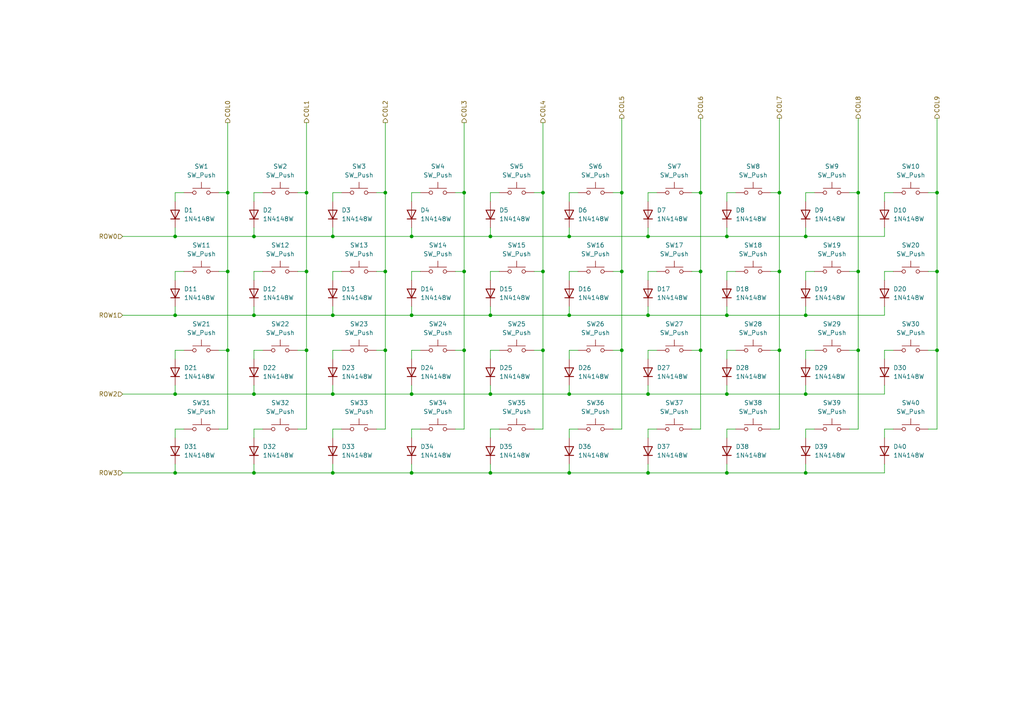
<source format=kicad_sch>
(kicad_sch (version 20230121) (generator eeschema)
  (paper "A4")
  (lib_symbols
    (symbol "Diode:1N4148W" (pin_numbers hide) (pin_names hide)
      (property "Reference" "D" (at 0 2.54 0))
      (property "Value" "1N4148W" (at 0 -2.54 0))
      (symbol "1N4148W_0_1"
        (polyline (pts (xy -1.27 1.27) (xy -1.27 -1.27)) (stroke (width 0.254)))
        (polyline (pts (xy 1.27 0) (xy -1.27 0)))
        (polyline (pts (xy 1.27 1.27) (xy 1.27 -1.27) (xy -1.27 0) (xy 1.27 1.27)) (stroke (width 0.254)))
      )
      (symbol "1N4148W_1_1"
        (pin passive line (at -3.81 0 0) (length 2.54) (name "K") (number "1"))
        (pin passive line (at 3.81 0 180) (length 2.54) (name "A") (number "2"))
      )
    )
    (symbol "Switch:SW_Push" (pin_numbers hide) (pin_names (offset 1.016) hide)
      (property "Reference" "SW" (at 1.27 2.54 0))
      (property "Value" "SW_Push" (at 0 -1.524 0))
      (symbol "SW_Push_0_1"
        (circle (center -2.032 0) (radius 0.508))
        (polyline (pts (xy 0 1.27) (xy 0 3.048)))
        (polyline (pts (xy 2.54 1.27) (xy -2.54 1.27)))
        (circle (center 2.032 0) (radius 0.508))
        (pin passive line (at -5.08 0 0) (length 2.54) (name "1") (number "1"))
        (pin passive line (at 5.08 0 180) (length 2.54) (name "2") (number "2"))
      )
    )
  )
  (junction (at 233.68 91.44))
  (junction (at 210.82 91.44))
  (junction (at 187.96 137.16))
  (junction (at 203.2 101.6))
  (junction (at 96.52 137.16))
  (junction (at 180.34 101.6))
  (junction (at 210.82 68.58))
  (junction (at 73.66 91.44))
  (junction (at 187.96 68.58))
  (junction (at 187.96 91.44))
  (junction (at 210.82 114.3))
  (junction (at 66.04 55.88))
  (junction (at 88.9 55.88))
  (junction (at 226.06 101.6))
  (junction (at 134.62 101.6))
  (junction (at 165.1 137.16))
  (junction (at 73.66 68.58))
  (junction (at 96.52 91.44))
  (junction (at 119.38 137.16))
  (junction (at 226.06 78.74))
  (junction (at 210.82 137.16))
  (junction (at 248.92 55.88))
  (junction (at 157.48 101.6))
  (junction (at 88.9 101.6))
  (junction (at 180.34 78.74))
  (junction (at 233.68 68.58))
  (junction (at 50.8 137.16))
  (junction (at 111.76 55.88))
  (junction (at 96.52 114.3))
  (junction (at 187.96 114.3))
  (junction (at 73.66 114.3))
  (junction (at 233.68 114.3))
  (junction (at 165.1 68.58))
  (junction (at 233.68 137.16))
  (junction (at 180.34 55.88))
  (junction (at 88.9 78.74))
  (junction (at 142.24 114.3))
  (junction (at 134.62 78.74))
  (junction (at 165.1 91.44))
  (junction (at 157.48 78.74))
  (junction (at 66.04 101.6))
  (junction (at 66.04 78.74))
  (junction (at 119.38 114.3))
  (junction (at 142.24 91.44))
  (junction (at 134.62 55.88))
  (junction (at 203.2 55.88))
  (junction (at 142.24 137.16))
  (junction (at 50.8 114.3))
  (junction (at 111.76 78.74))
  (junction (at 50.8 91.44))
  (junction (at 271.78 101.6))
  (junction (at 50.8 68.58))
  (junction (at 157.48 55.88))
  (junction (at 271.78 78.74))
  (junction (at 271.78 55.88))
  (junction (at 119.38 91.44))
  (junction (at 248.92 78.74))
  (junction (at 119.38 68.58))
  (junction (at 203.2 78.74))
  (junction (at 96.52 68.58))
  (junction (at 111.76 101.6))
  (junction (at 142.24 68.58))
  (junction (at 248.92 101.6))
  (junction (at 73.66 137.16))
  (junction (at 165.1 114.3))
  (junction (at 226.06 55.88))
  (wire (pts (xy 50.8 137.16) (xy 73.66 137.16)))
  (wire (pts (xy 142.24 55.88) (xy 142.24 58.42)))
  (wire (pts (xy 236.22 78.74) (xy 233.68 78.74)))
  (wire (pts (xy 111.76 101.6) (xy 111.76 78.74)))
  (wire (pts (xy 63.5 55.88) (xy 66.04 55.88)))
  (wire (pts (xy 111.76 35.56) (xy 111.76 55.88)))
  (wire (pts (xy 200.66 55.88) (xy 203.2 55.88)))
  (wire (pts (xy 76.2 101.6) (xy 73.66 101.6)))
  (wire (pts (xy 259.08 78.74) (xy 256.54 78.74)))
  (wire (pts (xy 50.8 55.88) (xy 50.8 58.42)))
  (wire (pts (xy 144.78 78.74) (xy 142.24 78.74)))
  (wire (pts (xy 73.66 101.6) (xy 73.66 104.14)))
  (wire (pts (xy 167.64 101.6) (xy 165.1 101.6)))
  (wire (pts (xy 96.52 78.74) (xy 96.52 81.28)))
  (wire (pts (xy 157.48 78.74) (xy 157.48 55.88)))
  (wire (pts (xy 73.66 78.74) (xy 73.66 81.28)))
  (wire (pts (xy 210.82 55.88) (xy 210.82 58.42)))
  (wire (pts (xy 66.04 78.74) (xy 66.04 101.6)))
  (wire (pts (xy 165.1 137.16) (xy 187.96 137.16)))
  (wire (pts (xy 121.92 78.74) (xy 119.38 78.74)))
  (wire (pts (xy 142.24 91.44) (xy 142.24 88.9)))
  (wire (pts (xy 119.38 91.44) (xy 142.24 91.44)))
  (wire (pts (xy 50.8 111.76) (xy 50.8 114.3)))
  (wire (pts (xy 76.2 78.74) (xy 73.66 78.74)))
  (wire (pts (xy 210.82 137.16) (xy 233.68 137.16)))
  (wire (pts (xy 132.08 78.74) (xy 134.62 78.74)))
  (wire (pts (xy 142.24 78.74) (xy 142.24 81.28)))
  (wire (pts (xy 177.8 101.6) (xy 180.34 101.6)))
  (wire (pts (xy 223.52 101.6) (xy 226.06 101.6)))
  (wire (pts (xy 223.52 124.46) (xy 226.06 124.46)))
  (wire (pts (xy 121.92 124.46) (xy 119.38 124.46)))
  (wire (pts (xy 167.64 55.88) (xy 165.1 55.88)))
  (wire (pts (xy 53.34 55.88) (xy 50.8 55.88)))
  (wire (pts (xy 213.36 55.88) (xy 210.82 55.88)))
  (wire (pts (xy 142.24 91.44) (xy 165.1 91.44)))
  (wire (pts (xy 269.24 124.46) (xy 271.78 124.46)))
  (wire (pts (xy 50.8 134.62) (xy 50.8 137.16)))
  (wire (pts (xy 73.66 68.58) (xy 96.52 68.58)))
  (wire (pts (xy 180.34 55.88) (xy 180.34 78.74)))
  (wire (pts (xy 109.22 101.6) (xy 111.76 101.6)))
  (wire (pts (xy 96.52 124.46) (xy 96.52 127)))
  (wire (pts (xy 144.78 55.88) (xy 142.24 55.88)))
  (wire (pts (xy 96.52 114.3) (xy 119.38 114.3)))
  (wire (pts (xy 73.66 91.44) (xy 73.66 88.9)))
  (wire (pts (xy 165.1 124.46) (xy 165.1 127)))
  (wire (pts (xy 187.96 137.16) (xy 187.96 134.62)))
  (wire (pts (xy 50.8 88.9) (xy 50.8 91.44)))
  (wire (pts (xy 119.38 101.6) (xy 119.38 104.14)))
  (wire (pts (xy 187.96 137.16) (xy 210.82 137.16)))
  (wire (pts (xy 119.38 78.74) (xy 119.38 81.28)))
  (wire (pts (xy 134.62 124.46) (xy 134.62 101.6)))
  (wire (pts (xy 134.62 78.74) (xy 134.62 55.88)))
  (wire (pts (xy 233.68 124.46) (xy 233.68 127)))
  (wire (pts (xy 236.22 101.6) (xy 233.68 101.6)))
  (wire (pts (xy 259.08 101.6) (xy 256.54 101.6)))
  (wire (pts (xy 210.82 91.44) (xy 233.68 91.44)))
  (wire (pts (xy 96.52 137.16) (xy 96.52 134.62)))
  (wire (pts (xy 210.82 91.44) (xy 210.82 88.9)))
  (wire (pts (xy 76.2 124.46) (xy 73.66 124.46)))
  (wire (pts (xy 50.8 91.44) (xy 73.66 91.44)))
  (wire (pts (xy 246.38 101.6) (xy 248.92 101.6)))
  (wire (pts (xy 203.2 124.46) (xy 203.2 101.6)))
  (wire (pts (xy 256.54 124.46) (xy 256.54 127)))
  (wire (pts (xy 246.38 124.46) (xy 248.92 124.46)))
  (wire (pts (xy 180.34 124.46) (xy 180.34 101.6)))
  (wire (pts (xy 63.5 78.74) (xy 66.04 78.74)))
  (wire (pts (xy 73.66 114.3) (xy 73.66 111.76)))
  (wire (pts (xy 226.06 124.46) (xy 226.06 101.6)))
  (wire (pts (xy 233.68 91.44) (xy 233.68 88.9)))
  (wire (pts (xy 66.04 35.56) (xy 66.04 55.88)))
  (wire (pts (xy 73.66 137.16) (xy 73.66 134.62)))
  (wire (pts (xy 187.96 91.44) (xy 210.82 91.44)))
  (wire (pts (xy 256.54 101.6) (xy 256.54 104.14)))
  (wire (pts (xy 88.9 101.6) (xy 88.9 78.74)))
  (wire (pts (xy 132.08 124.46) (xy 134.62 124.46)))
  (wire (pts (xy 154.94 124.46) (xy 157.48 124.46)))
  (wire (pts (xy 111.76 124.46) (xy 111.76 101.6)))
  (wire (pts (xy 233.68 55.88) (xy 233.68 58.42)))
  (wire (pts (xy 119.38 114.3) (xy 142.24 114.3)))
  (wire (pts (xy 111.76 55.88) (xy 109.22 55.88)))
  (wire (pts (xy 154.94 78.74) (xy 157.48 78.74)))
  (wire (pts (xy 73.66 124.46) (xy 73.66 127)))
  (wire (pts (xy 165.1 91.44) (xy 187.96 91.44)))
  (wire (pts (xy 226.06 101.6) (xy 226.06 78.74)))
  (wire (pts (xy 35.56 91.44) (xy 50.8 91.44)))
  (wire (pts (xy 210.82 124.46) (xy 210.82 127)))
  (wire (pts (xy 233.68 137.16) (xy 256.54 137.16)))
  (wire (pts (xy 132.08 55.88) (xy 134.62 55.88)))
  (wire (pts (xy 35.56 114.3) (xy 50.8 114.3)))
  (wire (pts (xy 187.96 101.6) (xy 187.96 104.14)))
  (wire (pts (xy 213.36 78.74) (xy 210.82 78.74)))
  (wire (pts (xy 210.82 78.74) (xy 210.82 81.28)))
  (wire (pts (xy 73.66 114.3) (xy 96.52 114.3)))
  (wire (pts (xy 256.54 68.58) (xy 256.54 66.04)))
  (wire (pts (xy 165.1 101.6) (xy 165.1 104.14)))
  (wire (pts (xy 187.96 78.74) (xy 187.96 81.28)))
  (wire (pts (xy 119.38 91.44) (xy 119.38 88.9)))
  (wire (pts (xy 165.1 68.58) (xy 187.96 68.58)))
  (wire (pts (xy 53.34 78.74) (xy 50.8 78.74)))
  (wire (pts (xy 248.92 101.6) (xy 248.92 78.74)))
  (wire (pts (xy 177.8 78.74) (xy 180.34 78.74)))
  (wire (pts (xy 269.24 78.74) (xy 271.78 78.74)))
  (wire (pts (xy 248.92 78.74) (xy 248.92 55.88)))
  (wire (pts (xy 165.1 137.16) (xy 165.1 134.62)))
  (wire (pts (xy 142.24 101.6) (xy 142.24 104.14)))
  (wire (pts (xy 96.52 91.44) (xy 96.52 88.9)))
  (wire (pts (xy 246.38 78.74) (xy 248.92 78.74)))
  (wire (pts (xy 246.38 55.88) (xy 248.92 55.88)))
  (wire (pts (xy 165.1 114.3) (xy 187.96 114.3)))
  (wire (pts (xy 248.92 34.29) (xy 248.92 55.88)))
  (wire (pts (xy 180.34 101.6) (xy 180.34 78.74)))
  (wire (pts (xy 66.04 55.88) (xy 66.04 78.74)))
  (wire (pts (xy 223.52 78.74) (xy 226.06 78.74)))
  (wire (pts (xy 50.8 124.46) (xy 50.8 127)))
  (wire (pts (xy 190.5 124.46) (xy 187.96 124.46)))
  (wire (pts (xy 119.38 114.3) (xy 119.38 111.76)))
  (wire (pts (xy 210.82 137.16) (xy 210.82 134.62)))
  (wire (pts (xy 134.62 35.56) (xy 134.62 55.88)))
  (wire (pts (xy 269.24 55.88) (xy 271.78 55.88)))
  (wire (pts (xy 233.68 114.3) (xy 233.68 111.76)))
  (wire (pts (xy 233.68 101.6) (xy 233.68 104.14)))
  (wire (pts (xy 73.66 91.44) (xy 96.52 91.44)))
  (wire (pts (xy 50.8 114.3) (xy 73.66 114.3)))
  (wire (pts (xy 144.78 124.46) (xy 142.24 124.46)))
  (wire (pts (xy 109.22 124.46) (xy 111.76 124.46)))
  (wire (pts (xy 35.56 137.16) (xy 50.8 137.16)))
  (wire (pts (xy 226.06 34.29) (xy 226.06 55.88)))
  (wire (pts (xy 203.2 78.74) (xy 203.2 55.88)))
  (wire (pts (xy 233.68 137.16) (xy 233.68 134.62)))
  (wire (pts (xy 76.2 55.88) (xy 73.66 55.88)))
  (wire (pts (xy 99.06 55.88) (xy 96.52 55.88)))
  (wire (pts (xy 73.66 55.88) (xy 73.66 58.42)))
  (wire (pts (xy 53.34 101.6) (xy 50.8 101.6)))
  (wire (pts (xy 236.22 55.88) (xy 233.68 55.88)))
  (wire (pts (xy 200.66 78.74) (xy 203.2 78.74)))
  (wire (pts (xy 50.8 78.74) (xy 50.8 81.28)))
  (wire (pts (xy 233.68 68.58) (xy 256.54 68.58)))
  (wire (pts (xy 50.8 66.04) (xy 50.8 68.58)))
  (wire (pts (xy 167.64 124.46) (xy 165.1 124.46)))
  (wire (pts (xy 210.82 114.3) (xy 210.82 111.76)))
  (wire (pts (xy 157.48 35.56) (xy 157.48 55.88)))
  (wire (pts (xy 236.22 124.46) (xy 233.68 124.46)))
  (wire (pts (xy 88.9 35.56) (xy 88.9 55.88)))
  (wire (pts (xy 271.78 124.46) (xy 271.78 101.6)))
  (wire (pts (xy 73.66 137.16) (xy 96.52 137.16)))
  (wire (pts (xy 119.38 137.16) (xy 142.24 137.16)))
  (wire (pts (xy 203.2 34.29) (xy 203.2 55.88)))
  (wire (pts (xy 167.64 78.74) (xy 165.1 78.74)))
  (wire (pts (xy 86.36 124.46) (xy 88.9 124.46)))
  (wire (pts (xy 66.04 124.46) (xy 63.5 124.46)))
  (wire (pts (xy 271.78 78.74) (xy 271.78 55.88)))
  (wire (pts (xy 233.68 114.3) (xy 256.54 114.3)))
  (wire (pts (xy 248.92 124.46) (xy 248.92 101.6)))
  (wire (pts (xy 177.8 55.88) (xy 180.34 55.88)))
  (wire (pts (xy 142.24 137.16) (xy 142.24 134.62)))
  (wire (pts (xy 53.34 124.46) (xy 50.8 124.46)))
  (wire (pts (xy 190.5 55.88) (xy 187.96 55.88)))
  (wire (pts (xy 99.06 78.74) (xy 96.52 78.74)))
  (wire (pts (xy 165.1 55.88) (xy 165.1 58.42)))
  (wire (pts (xy 66.04 101.6) (xy 66.04 124.46)))
  (wire (pts (xy 63.5 101.6) (xy 66.04 101.6)))
  (wire (pts (xy 165.1 68.58) (xy 165.1 66.04)))
  (wire (pts (xy 96.52 55.88) (xy 96.52 58.42)))
  (wire (pts (xy 233.68 68.58) (xy 233.68 66.04)))
  (wire (pts (xy 99.06 124.46) (xy 96.52 124.46)))
  (wire (pts (xy 35.56 68.58) (xy 50.8 68.58)))
  (wire (pts (xy 119.38 55.88) (xy 119.38 58.42)))
  (wire (pts (xy 259.08 124.46) (xy 256.54 124.46)))
  (wire (pts (xy 203.2 101.6) (xy 203.2 78.74)))
  (wire (pts (xy 96.52 137.16) (xy 119.38 137.16)))
  (wire (pts (xy 223.52 55.88) (xy 226.06 55.88)))
  (wire (pts (xy 109.22 78.74) (xy 111.76 78.74)))
  (wire (pts (xy 96.52 68.58) (xy 119.38 68.58)))
  (wire (pts (xy 213.36 101.6) (xy 210.82 101.6)))
  (wire (pts (xy 226.06 78.74) (xy 226.06 55.88)))
  (wire (pts (xy 88.9 78.74) (xy 88.9 55.88)))
  (wire (pts (xy 86.36 78.74) (xy 88.9 78.74)))
  (wire (pts (xy 88.9 101.6) (xy 88.9 124.46)))
  (wire (pts (xy 121.92 101.6) (xy 119.38 101.6)))
  (wire (pts (xy 177.8 124.46) (xy 180.34 124.46)))
  (wire (pts (xy 271.78 34.29) (xy 271.78 55.88)))
  (wire (pts (xy 259.08 55.88) (xy 256.54 55.88)))
  (wire (pts (xy 132.08 101.6) (xy 134.62 101.6)))
  (wire (pts (xy 256.54 55.88) (xy 256.54 58.42)))
  (wire (pts (xy 142.24 137.16) (xy 165.1 137.16)))
  (wire (pts (xy 142.24 68.58) (xy 165.1 68.58)))
  (wire (pts (xy 154.94 101.6) (xy 157.48 101.6)))
  (wire (pts (xy 86.36 101.6) (xy 88.9 101.6)))
  (wire (pts (xy 233.68 91.44) (xy 256.54 91.44)))
  (wire (pts (xy 165.1 78.74) (xy 165.1 81.28)))
  (wire (pts (xy 119.38 68.58) (xy 119.38 66.04)))
  (wire (pts (xy 50.8 68.58) (xy 73.66 68.58)))
  (wire (pts (xy 256.54 91.44) (xy 256.54 88.9)))
  (wire (pts (xy 96.52 68.58) (xy 96.52 66.04)))
  (wire (pts (xy 187.96 91.44) (xy 187.96 88.9)))
  (wire (pts (xy 154.94 55.88) (xy 157.48 55.88)))
  (wire (pts (xy 142.24 114.3) (xy 165.1 114.3)))
  (wire (pts (xy 96.52 101.6) (xy 96.52 104.14)))
  (wire (pts (xy 200.66 101.6) (xy 203.2 101.6)))
  (wire (pts (xy 144.78 101.6) (xy 142.24 101.6)))
  (wire (pts (xy 50.8 101.6) (xy 50.8 104.14)))
  (wire (pts (xy 180.34 34.29) (xy 180.34 55.88)))
  (wire (pts (xy 111.76 78.74) (xy 111.76 55.88)))
  (wire (pts (xy 157.48 101.6) (xy 157.48 78.74)))
  (wire (pts (xy 210.82 114.3) (xy 233.68 114.3)))
  (wire (pts (xy 256.54 114.3) (xy 256.54 111.76)))
  (wire (pts (xy 187.96 68.58) (xy 210.82 68.58)))
  (wire (pts (xy 256.54 137.16) (xy 256.54 134.62)))
  (wire (pts (xy 142.24 68.58) (xy 142.24 66.04)))
  (wire (pts (xy 119.38 68.58) (xy 142.24 68.58)))
  (wire (pts (xy 256.54 78.74) (xy 256.54 81.28)))
  (wire (pts (xy 165.1 114.3) (xy 165.1 111.76)))
  (wire (pts (xy 233.68 78.74) (xy 233.68 81.28)))
  (wire (pts (xy 96.52 91.44) (xy 119.38 91.44)))
  (wire (pts (xy 210.82 68.58) (xy 210.82 66.04)))
  (wire (pts (xy 210.82 68.58) (xy 233.68 68.58)))
  (wire (pts (xy 187.96 114.3) (xy 187.96 111.76)))
  (wire (pts (xy 187.96 114.3) (xy 210.82 114.3)))
  (wire (pts (xy 165.1 91.44) (xy 165.1 88.9)))
  (wire (pts (xy 121.92 55.88) (xy 119.38 55.88)))
  (wire (pts (xy 187.96 124.46) (xy 187.96 127)))
  (wire (pts (xy 73.66 68.58) (xy 73.66 66.04)))
  (wire (pts (xy 190.5 78.74) (xy 187.96 78.74)))
  (wire (pts (xy 96.52 114.3) (xy 96.52 111.76)))
  (wire (pts (xy 213.36 124.46) (xy 210.82 124.46)))
  (wire (pts (xy 210.82 101.6) (xy 210.82 104.14)))
  (wire (pts (xy 119.38 124.46) (xy 119.38 127)))
  (wire (pts (xy 157.48 101.6) (xy 157.48 124.46)))
  (wire (pts (xy 271.78 78.74) (xy 271.78 101.6)))
  (wire (pts (xy 187.96 55.88) (xy 187.96 58.42)))
  (wire (pts (xy 119.38 137.16) (xy 119.38 134.62)))
  (wire (pts (xy 86.36 55.88) (xy 88.9 55.88)))
  (wire (pts (xy 142.24 124.46) (xy 142.24 127)))
  (wire (pts (xy 99.06 101.6) (xy 96.52 101.6)))
  (wire (pts (xy 142.24 114.3) (xy 142.24 111.76)))
  (wire (pts (xy 190.5 101.6) (xy 187.96 101.6)))
  (wire (pts (xy 269.24 101.6) (xy 271.78 101.6)))
  (wire (pts (xy 200.66 124.46) (xy 203.2 124.46)))
  (wire (pts (xy 187.96 68.58) (xy 187.96 66.04)))
  (wire (pts (xy 134.62 101.6) (xy 134.62 78.74)))
  (hierarchical_label "COL9" (shape output) (at 271.78 34.29 90))
  (hierarchical_label "ROW3" (shape input) (at 35.56 137.16 180))
  (hierarchical_label "ROW2" (shape input) (at 35.56 114.3 180))
  (hierarchical_label "COL4" (shape output) (at 157.48 35.56 90))
  (hierarchical_label "COL2" (shape output) (at 111.76 35.56 90))
  (hierarchical_label "COL7" (shape output) (at 226.06 34.29 90))
  (hierarchical_label "COL1" (shape output) (at 88.9 35.56 90))
  (hierarchical_label "ROW0" (shape input) (at 35.56 68.58 180))
  (hierarchical_label "COL8" (shape output) (at 248.92 34.29 90))
  (hierarchical_label "COL6" (shape output) (at 203.2 34.29 90))
  (hierarchical_label "COL5" (shape output) (at 180.34 34.29 90))
  (hierarchical_label "COL3" (shape output) (at 134.62 35.56 90))
  (hierarchical_label "COL0" (shape output) (at 66.04 35.56 90))
  (hierarchical_label "ROW1" (shape input) (at 35.56 91.44 180))
  (symbol (lib_id "Switch:SW_Push") (at 58.42 101.6 0) (unit 1)
    (property "Reference" "SW21" (at 58.42 93.98 0))
    (property "Value" "SW_Push" (at 58.42 96.52 0))
    (property "Footprint" "switch:CherryMX_MidHeight_Choc_Hotswap_rev1_mod" (effects hide))
  )
  (symbol (lib_id "Switch:SW_Push") (at 127 55.88 0) (unit 1)
    (property "Reference" "SW4" (at 127 48.26 0))
    (property "Value" "SW_Push" (at 127 50.8 0))
    (property "Footprint" "switch:CherryMX_MidHeight_Choc_Hotswap_rev1_mod" (effects hide))
  )
  (symbol (lib_id "Diode:1N4148W") (at 96.52 107.95 90) (unit 1)
    (property "Reference" "D23" (at 99.06 106.68 90) (effects (justify right)))
    (property "Value" "1N4148W" (at 99.06 109.22 90) (effects (justify right)))
    (property "Footprint" "Diode_SMD:D_SOD-123" (effects hide))
    (property "Datasheet" "https://www.vishay.com/docs/85748/1n4148w.pdf" (effects hide))
    (property "Sim.Device" "D" (effects hide))
    (property "Sim.Pins" "1=K 2=A" (effects hide))
  )
  (symbol (lib_id "Switch:SW_Push") (at 218.44 124.46 0) (unit 1)
    (property "Reference" "SW38" (at 218.44 116.84 0))
    (property "Value" "SW_Push" (at 218.44 119.38 0))
    (property "Footprint" "switch:CherryMX_MidHeight_Choc_Hotswap_rev1_mod" (effects hide))
  )
  (symbol (lib_id "Switch:SW_Push") (at 81.28 124.46 0) (unit 1)
    (property "Reference" "SW32" (at 81.28 116.84 0))
    (property "Value" "SW_Push" (at 81.28 119.38 0))
    (property "Footprint" "switch:CherryMX_MidHeight_Choc_Hotswap_rev1_mod" (effects hide))
  )
  (symbol (lib_id "Switch:SW_Push") (at 218.44 101.6 0) (unit 1)
    (property "Reference" "SW28" (at 218.44 93.98 0))
    (property "Value" "SW_Push" (at 218.44 96.52 0))
    (property "Footprint" "switch:CherryMX_MidHeight_Choc_Hotswap_rev1_mod" (effects hide))
  )
  (symbol (lib_id "Switch:SW_Push") (at 195.58 101.6 0) (unit 1)
    (property "Reference" "SW27" (at 195.58 93.98 0))
    (property "Value" "SW_Push" (at 195.58 96.52 0))
    (property "Footprint" "switch:CherryMX_MidHeight_Choc_Hotswap_rev1_mod" (effects hide))
  )
  (symbol (lib_id "Switch:SW_Push") (at 218.44 78.74 0) (unit 1)
    (property "Reference" "SW18" (at 218.44 71.12 0))
    (property "Value" "SW_Push" (at 218.44 73.66 0))
    (property "Footprint" "switch:CherryMX_MidHeight_Choc_Hotswap_rev1_mod" (effects hide))
  )
  (symbol (lib_id "Diode:1N4148W") (at 73.66 85.09 90) (unit 1)
    (property "Reference" "D12" (at 76.2 83.82 90) (effects (justify right)))
    (property "Value" "1N4148W" (at 76.2 86.36 90) (effects (justify right)))
    (property "Footprint" "Diode_SMD:D_SOD-123" (effects hide))
    (property "Datasheet" "https://www.vishay.com/docs/85748/1n4148w.pdf" (effects hide))
    (property "Sim.Device" "D" (effects hide))
    (property "Sim.Pins" "1=K 2=A" (effects hide))
  )
  (symbol (lib_id "Switch:SW_Push") (at 104.14 55.88 0) (unit 1)
    (property "Reference" "SW3" (at 104.14 48.26 0))
    (property "Value" "SW_Push" (at 104.14 50.8 0))
    (property "Footprint" "switch:CherryMX_MidHeight_Choc_Hotswap_rev1_mod" (effects hide))
  )
  (symbol (lib_id "Diode:1N4148W") (at 233.68 62.23 90) (unit 1)
    (property "Reference" "D9" (at 236.22 60.96 90) (effects (justify right)))
    (property "Value" "1N4148W" (at 236.22 63.5 90) (effects (justify right)))
    (property "Footprint" "Diode_SMD:D_SOD-123" (effects hide))
    (property "Datasheet" "https://www.vishay.com/docs/85748/1n4148w.pdf" (effects hide))
    (property "Sim.Device" "D" (effects hide))
    (property "Sim.Pins" "1=K 2=A" (effects hide))
  )
  (symbol (lib_id "Diode:1N4148W") (at 119.38 85.09 90) (unit 1)
    (property "Reference" "D14" (at 121.92 83.82 90) (effects (justify right)))
    (property "Value" "1N4148W" (at 121.92 86.36 90) (effects (justify right)))
    (property "Footprint" "Diode_SMD:D_SOD-123" (effects hide))
    (property "Datasheet" "https://www.vishay.com/docs/85748/1n4148w.pdf" (effects hide))
    (property "Sim.Device" "D" (effects hide))
    (property "Sim.Pins" "1=K 2=A" (effects hide))
  )
  (symbol (lib_id "Switch:SW_Push") (at 195.58 124.46 0) (unit 1)
    (property "Reference" "SW37" (at 195.58 116.84 0))
    (property "Value" "SW_Push" (at 195.58 119.38 0))
    (property "Footprint" "switch:CherryMX_MidHeight_Choc_Hotswap_rev1_mod" (effects hide))
  )
  (symbol (lib_id "Diode:1N4148W") (at 210.82 107.95 90) (unit 1)
    (property "Reference" "D28" (at 213.36 106.68 90) (effects (justify right)))
    (property "Value" "1N4148W" (at 213.36 109.22 90) (effects (justify right)))
    (property "Footprint" "Diode_SMD:D_SOD-123" (effects hide))
    (property "Datasheet" "https://www.vishay.com/docs/85748/1n4148w.pdf" (effects hide))
    (property "Sim.Device" "D" (effects hide))
    (property "Sim.Pins" "1=K 2=A" (effects hide))
  )
  (symbol (lib_id "Switch:SW_Push") (at 104.14 124.46 0) (unit 1)
    (property "Reference" "SW33" (at 104.14 116.84 0))
    (property "Value" "SW_Push" (at 104.14 119.38 0))
    (property "Footprint" "switch:CherryMX_MidHeight_Choc_Hotswap_rev1_mod" (effects hide))
  )
  (symbol (lib_id "Diode:1N4148W") (at 165.1 85.09 90) (unit 1)
    (property "Reference" "D16" (at 167.64 83.82 90) (effects (justify right)))
    (property "Value" "1N4148W" (at 167.64 86.36 90) (effects (justify right)))
    (property "Footprint" "Diode_SMD:D_SOD-123" (effects hide))
    (property "Datasheet" "https://www.vishay.com/docs/85748/1n4148w.pdf" (effects hide))
    (property "Sim.Device" "D" (effects hide))
    (property "Sim.Pins" "1=K 2=A" (effects hide))
  )
  (symbol (lib_id "Switch:SW_Push") (at 58.42 124.46 0) (unit 1)
    (property "Reference" "SW31" (at 58.42 116.84 0))
    (property "Value" "SW_Push" (at 58.42 119.38 0))
    (property "Footprint" "switch:CherryMX_MidHeight_Choc_Hotswap_rev1_mod" (effects hide))
  )
  (symbol (lib_id "Diode:1N4148W") (at 50.8 107.95 90) (unit 1)
    (property "Reference" "D21" (at 53.34 106.68 90) (effects (justify right)))
    (property "Value" "1N4148W" (at 53.34 109.22 90) (effects (justify right)))
    (property "Footprint" "Diode_SMD:D_SOD-123" (effects hide))
    (property "Datasheet" "https://www.vishay.com/docs/85748/1n4148w.pdf" (effects hide))
    (property "Sim.Device" "D" (effects hide))
    (property "Sim.Pins" "1=K 2=A" (effects hide))
  )
  (symbol (lib_id "Switch:SW_Push") (at 81.28 101.6 0) (unit 1)
    (property "Reference" "SW22" (at 81.28 93.98 0))
    (property "Value" "SW_Push" (at 81.28 96.52 0))
    (property "Footprint" "switch:CherryMX_MidHeight_Choc_Hotswap_rev1_mod" (effects hide))
  )
  (symbol (lib_id "Switch:SW_Push") (at 127 124.46 0) (unit 1)
    (property "Reference" "SW34" (at 127 116.84 0))
    (property "Value" "SW_Push" (at 127 119.38 0))
    (property "Footprint" "switch:CherryMX_MidHeight_Choc_Hotswap_rev1_mod" (effects hide))
  )
  (symbol (lib_id "Switch:SW_Push") (at 195.58 55.88 0) (unit 1)
    (property "Reference" "SW7" (at 195.58 48.26 0))
    (property "Value" "SW_Push" (at 195.58 50.8 0))
    (property "Footprint" "switch:CherryMX_MidHeight_Choc_Hotswap_rev1_mod" (effects hide))
  )
  (symbol (lib_id "Switch:SW_Push") (at 81.28 55.88 0) (unit 1)
    (property "Reference" "SW2" (at 81.28 48.26 0))
    (property "Value" "SW_Push" (at 81.28 50.8 0))
    (property "Footprint" "switch:CherryMX_MidHeight_Choc_Hotswap_rev1_mod" (effects hide))
  )
  (symbol (lib_id "Diode:1N4148W") (at 187.96 62.23 90) (unit 1)
    (property "Reference" "D7" (at 190.5 60.96 90) (effects (justify right)))
    (property "Value" "1N4148W" (at 190.5 63.5 90) (effects (justify right)))
    (property "Footprint" "Diode_SMD:D_SOD-123" (effects hide))
    (property "Datasheet" "https://www.vishay.com/docs/85748/1n4148w.pdf" (effects hide))
    (property "Sim.Device" "D" (effects hide))
    (property "Sim.Pins" "1=K 2=A" (effects hide))
  )
  (symbol (lib_id "Diode:1N4148W") (at 142.24 62.23 90) (unit 1)
    (property "Reference" "D5" (at 144.78 60.96 90) (effects (justify right)))
    (property "Value" "1N4148W" (at 144.78 63.5 90) (effects (justify right)))
    (property "Footprint" "Diode_SMD:D_SOD-123" (effects hide))
    (property "Datasheet" "https://www.vishay.com/docs/85748/1n4148w.pdf" (effects hide))
    (property "Sim.Device" "D" (effects hide))
    (property "Sim.Pins" "1=K 2=A" (effects hide))
  )
  (symbol (lib_id "Switch:SW_Push") (at 104.14 78.74 0) (unit 1)
    (property "Reference" "SW13" (at 104.14 71.12 0))
    (property "Value" "SW_Push" (at 104.14 73.66 0))
    (property "Footprint" "switch:CherryMX_MidHeight_Choc_Hotswap_rev1_mod" (effects hide))
  )
  (symbol (lib_id "Switch:SW_Push") (at 149.86 55.88 0) (unit 1)
    (property "Reference" "SW5" (at 149.86 48.26 0))
    (property "Value" "SW_Push" (at 149.86 50.8 0))
    (property "Footprint" "switch:CherryMX_MidHeight_Choc_Hotswap_rev1_mod" (effects hide))
  )
  (symbol (lib_id "Diode:1N4148W") (at 142.24 85.09 90) (unit 1)
    (property "Reference" "D15" (at 144.78 83.82 90) (effects (justify right)))
    (property "Value" "1N4148W" (at 144.78 86.36 90) (effects (justify right)))
    (property "Footprint" "Diode_SMD:D_SOD-123" (effects hide))
    (property "Datasheet" "https://www.vishay.com/docs/85748/1n4148w.pdf" (effects hide))
    (property "Sim.Device" "D" (effects hide))
    (property "Sim.Pins" "1=K 2=A" (effects hide))
  )
  (symbol (lib_id "Diode:1N4148W") (at 187.96 107.95 90) (unit 1)
    (property "Reference" "D27" (at 190.5 106.68 90) (effects (justify right)))
    (property "Value" "1N4148W" (at 190.5 109.22 90) (effects (justify right)))
    (property "Footprint" "Diode_SMD:D_SOD-123" (effects hide))
    (property "Datasheet" "https://www.vishay.com/docs/85748/1n4148w.pdf" (effects hide))
    (property "Sim.Device" "D" (effects hide))
    (property "Sim.Pins" "1=K 2=A" (effects hide))
  )
  (symbol (lib_id "Switch:SW_Push") (at 195.58 78.74 0) (unit 1)
    (property "Reference" "SW17" (at 195.58 71.12 0))
    (property "Value" "SW_Push" (at 195.58 73.66 0))
    (property "Footprint" "switch:CherryMX_MidHeight_Choc_Hotswap_rev1_mod" (effects hide))
  )
  (symbol (lib_id "Diode:1N4148W") (at 233.68 107.95 90) (unit 1)
    (property "Reference" "D29" (at 236.22 106.68 90) (effects (justify right)))
    (property "Value" "1N4148W" (at 236.22 109.22 90) (effects (justify right)))
    (property "Footprint" "Diode_SMD:D_SOD-123" (effects hide))
    (property "Datasheet" "https://www.vishay.com/docs/85748/1n4148w.pdf" (effects hide))
    (property "Sim.Device" "D" (effects hide))
    (property "Sim.Pins" "1=K 2=A" (effects hide))
  )
  (symbol (lib_id "Switch:SW_Push") (at 264.16 124.46 0) (unit 1)
    (property "Reference" "SW40" (at 264.16 116.84 0))
    (property "Value" "SW_Push" (at 264.16 119.38 0))
    (property "Footprint" "switch:CherryMX_MidHeight_Choc_Hotswap_rev1_mod" (effects hide))
  )
  (symbol (lib_id "Switch:SW_Push") (at 264.16 55.88 0) (unit 1)
    (property "Reference" "SW10" (at 264.16 48.26 0))
    (property "Value" "SW_Push" (at 264.16 50.8 0))
    (property "Footprint" "switch:CherryMX_MidHeight_Choc_Hotswap_rev1_mod" (effects hide))
  )
  (symbol (lib_id "Diode:1N4148W") (at 210.82 62.23 90) (unit 1)
    (property "Reference" "D8" (at 213.36 60.96 90) (effects (justify right)))
    (property "Value" "1N4148W" (at 213.36 63.5 90) (effects (justify right)))
    (property "Footprint" "Diode_SMD:D_SOD-123" (effects hide))
    (property "Datasheet" "https://www.vishay.com/docs/85748/1n4148w.pdf" (effects hide))
    (property "Sim.Device" "D" (effects hide))
    (property "Sim.Pins" "1=K 2=A" (effects hide))
  )
  (symbol (lib_id "Diode:1N4148W") (at 50.8 85.09 90) (unit 1)
    (property "Reference" "D11" (at 53.34 83.82 90) (effects (justify right)))
    (property "Value" "1N4148W" (at 53.34 86.36 90) (effects (justify right)))
    (property "Footprint" "Diode_SMD:D_SOD-123" (effects hide))
    (property "Datasheet" "https://www.vishay.com/docs/85748/1n4148w.pdf" (effects hide))
    (property "Sim.Device" "D" (effects hide))
    (property "Sim.Pins" "1=K 2=A" (effects hide))
  )
  (symbol (lib_id "Diode:1N4148W") (at 96.52 62.23 90) (unit 1)
    (property "Reference" "D3" (at 99.06 60.96 90) (effects (justify right)))
    (property "Value" "1N4148W" (at 99.06 63.5 90) (effects (justify right)))
    (property "Footprint" "Diode_SMD:D_SOD-123" (effects hide))
    (property "Datasheet" "https://www.vishay.com/docs/85748/1n4148w.pdf" (effects hide))
    (property "Sim.Device" "D" (effects hide))
    (property "Sim.Pins" "1=K 2=A" (effects hide))
  )
  (symbol (lib_id "Switch:SW_Push") (at 241.3 55.88 0) (unit 1)
    (property "Reference" "SW9" (at 241.3 48.26 0))
    (property "Value" "SW_Push" (at 241.3 50.8 0))
    (property "Footprint" "switch:CherryMX_MidHeight_Choc_Hotswap_rev1_mod" (effects hide))
  )
  (symbol (lib_id "Switch:SW_Push") (at 172.72 124.46 0) (unit 1)
    (property "Reference" "SW36" (at 172.72 116.84 0))
    (property "Value" "SW_Push" (at 172.72 119.38 0))
    (property "Footprint" "switch:CherryMX_MidHeight_Choc_Hotswap_rev1_mod" (effects hide))
  )
  (symbol (lib_id "Switch:SW_Push") (at 218.44 55.88 0) (unit 1)
    (property "Reference" "SW8" (at 218.44 48.26 0))
    (property "Value" "SW_Push" (at 218.44 50.8 0))
    (property "Footprint" "switch:CherryMX_MidHeight_Choc_Hotswap_rev1_mod" (effects hide))
  )
  (symbol (lib_id "Diode:1N4148W") (at 73.66 130.81 90) (unit 1)
    (property "Reference" "D32" (at 76.2 129.54 90) (effects (justify right)))
    (property "Value" "1N4148W" (at 76.2 132.08 90) (effects (justify right)))
    (property "Footprint" "Diode_SMD:D_SOD-123" (effects hide))
    (property "Datasheet" "https://www.vishay.com/docs/85748/1n4148w.pdf" (effects hide))
    (property "Sim.Device" "D" (effects hide))
    (property "Sim.Pins" "1=K 2=A" (effects hide))
  )
  (symbol (lib_id "Diode:1N4148W") (at 165.1 130.81 90) (unit 1)
    (property "Reference" "D36" (at 167.64 129.54 90) (effects (justify right)))
    (property "Value" "1N4148W" (at 167.64 132.08 90) (effects (justify right)))
    (property "Footprint" "Diode_SMD:D_SOD-123" (effects hide))
    (property "Datasheet" "https://www.vishay.com/docs/85748/1n4148w.pdf" (effects hide))
    (property "Sim.Device" "D" (effects hide))
    (property "Sim.Pins" "1=K 2=A" (effects hide))
  )
  (symbol (lib_id "Switch:SW_Push") (at 58.42 55.88 0) (unit 1)
    (property "Reference" "SW1" (at 58.42 48.26 0))
    (property "Value" "SW_Push" (at 58.42 50.8 0))
    (property "Footprint" "switch:CherryMX_MidHeight_Choc_Hotswap_rev1_mod" (effects hide))
  )
  (symbol (lib_id "Diode:1N4148W") (at 256.54 130.81 90) (unit 1)
    (property "Reference" "D40" (at 259.08 129.54 90) (effects (justify right)))
    (property "Value" "1N4148W" (at 259.08 132.08 90) (effects (justify right)))
    (property "Footprint" "Diode_SMD:D_SOD-123" (effects hide))
    (property "Datasheet" "https://www.vishay.com/docs/85748/1n4148w.pdf" (effects hide))
    (property "Sim.Device" "D" (effects hide))
    (property "Sim.Pins" "1=K 2=A" (effects hide))
  )
  (symbol (lib_id "Switch:SW_Push") (at 241.3 78.74 0) (unit 1)
    (property "Reference" "SW19" (at 241.3 71.12 0))
    (property "Value" "SW_Push" (at 241.3 73.66 0))
    (property "Footprint" "switch:CherryMX_MidHeight_Choc_Hotswap_rev1_mod" (effects hide))
  )
  (symbol (lib_id "Diode:1N4148W") (at 165.1 62.23 90) (unit 1)
    (property "Reference" "D6" (at 167.64 60.96 90) (effects (justify right)))
    (property "Value" "1N4148W" (at 167.64 63.5 90) (effects (justify right)))
    (property "Footprint" "Diode_SMD:D_SOD-123" (effects hide))
    (property "Datasheet" "https://www.vishay.com/docs/85748/1n4148w.pdf" (effects hide))
    (property "Sim.Device" "D" (effects hide))
    (property "Sim.Pins" "1=K 2=A" (effects hide))
  )
  (symbol (lib_id "Switch:SW_Push") (at 149.86 124.46 0) (unit 1)
    (property "Reference" "SW35" (at 149.86 116.84 0))
    (property "Value" "SW_Push" (at 149.86 119.38 0))
    (property "Footprint" "switch:CherryMX_MidHeight_Choc_Hotswap_rev1_mod" (effects hide))
  )
  (symbol (lib_id "Diode:1N4148W") (at 96.52 85.09 90) (unit 1)
    (property "Reference" "D13" (at 99.06 83.82 90) (effects (justify right)))
    (property "Value" "1N4148W" (at 99.06 86.36 90) (effects (justify right)))
    (property "Footprint" "Diode_SMD:D_SOD-123" (effects hide))
    (property "Datasheet" "https://www.vishay.com/docs/85748/1n4148w.pdf" (effects hide))
    (property "Sim.Device" "D" (effects hide))
    (property "Sim.Pins" "1=K 2=A" (effects hide))
  )
  (symbol (lib_id "Diode:1N4148W") (at 73.66 107.95 90) (unit 1)
    (property "Reference" "D22" (at 76.2 106.68 90) (effects (justify right)))
    (property "Value" "1N4148W" (at 76.2 109.22 90) (effects (justify right)))
    (property "Footprint" "Diode_SMD:D_SOD-123" (effects hide))
    (property "Datasheet" "https://www.vishay.com/docs/85748/1n4148w.pdf" (effects hide))
    (property "Sim.Device" "D" (effects hide))
    (property "Sim.Pins" "1=K 2=A" (effects hide))
  )
  (symbol (lib_id "Diode:1N4148W") (at 119.38 107.95 90) (unit 1)
    (property "Reference" "D24" (at 121.92 106.68 90) (effects (justify right)))
    (property "Value" "1N4148W" (at 121.92 109.22 90) (effects (justify right)))
    (property "Footprint" "Diode_SMD:D_SOD-123" (effects hide))
    (property "Datasheet" "https://www.vishay.com/docs/85748/1n4148w.pdf" (effects hide))
    (property "Sim.Device" "D" (effects hide))
    (property "Sim.Pins" "1=K 2=A" (effects hide))
  )
  (symbol (lib_id "Switch:SW_Push") (at 241.3 101.6 0) (unit 1)
    (property "Reference" "SW29" (at 241.3 93.98 0))
    (property "Value" "SW_Push" (at 241.3 96.52 0))
    (property "Footprint" "switch:CherryMX_MidHeight_Choc_Hotswap_rev1_mod" (effects hide))
  )
  (symbol (lib_id "Diode:1N4148W") (at 96.52 130.81 90) (unit 1)
    (property "Reference" "D33" (at 99.06 129.54 90) (effects (justify right)))
    (property "Value" "1N4148W" (at 99.06 132.08 90) (effects (justify right)))
    (property "Footprint" "Diode_SMD:D_SOD-123" (effects hide))
    (property "Datasheet" "https://www.vishay.com/docs/85748/1n4148w.pdf" (effects hide))
    (property "Sim.Device" "D" (effects hide))
    (property "Sim.Pins" "1=K 2=A" (effects hide))
  )
  (symbol (lib_id "Switch:SW_Push") (at 149.86 101.6 0) (unit 1)
    (property "Reference" "SW25" (at 149.86 93.98 0))
    (property "Value" "SW_Push" (at 149.86 96.52 0))
    (property "Footprint" "switch:CherryMX_MidHeight_Choc_Hotswap_rev1_mod" (effects hide))
  )
  (symbol (lib_id "Switch:SW_Push") (at 104.14 101.6 0) (unit 1)
    (property "Reference" "SW23" (at 104.14 93.98 0))
    (property "Value" "SW_Push" (at 104.14 96.52 0))
    (property "Footprint" "switch:CherryMX_MidHeight_Choc_Hotswap_rev1_mod" (effects hide))
  )
  (symbol (lib_id "Switch:SW_Push") (at 149.86 78.74 0) (unit 1)
    (property "Reference" "SW15" (at 149.86 71.12 0))
    (property "Value" "SW_Push" (at 149.86 73.66 0))
    (property "Footprint" "switch:CherryMX_MidHeight_Choc_Hotswap_rev1_mod" (effects hide))
  )
  (symbol (lib_id "Switch:SW_Push") (at 172.72 101.6 0) (unit 1)
    (property "Reference" "SW26" (at 172.72 93.98 0))
    (property "Value" "SW_Push" (at 172.72 96.52 0))
    (property "Footprint" "switch:CherryMX_MidHeight_Choc_Hotswap_rev1_mod" (effects hide))
  )
  (symbol (lib_id "Switch:SW_Push") (at 172.72 55.88 0) (unit 1)
    (property "Reference" "SW6" (at 172.72 48.26 0))
    (property "Value" "SW_Push" (at 172.72 50.8 0))
    (property "Footprint" "switch:CherryMX_MidHeight_Choc_Hotswap_rev1_mod" (effects hide))
  )
  (symbol (lib_id "Diode:1N4148W") (at 73.66 62.23 90) (unit 1)
    (property "Reference" "D2" (at 76.2 60.96 90) (effects (justify right)))
    (property "Value" "1N4148W" (at 76.2 63.5 90) (effects (justify right)))
    (property "Footprint" "Diode_SMD:D_SOD-123" (effects hide))
    (property "Datasheet" "https://www.vishay.com/docs/85748/1n4148w.pdf" (effects hide))
    (property "Sim.Device" "D" (effects hide))
    (property "Sim.Pins" "1=K 2=A" (effects hide))
  )
  (symbol (lib_id "Diode:1N4148W") (at 119.38 130.81 90) (unit 1)
    (property "Reference" "D34" (at 121.92 129.54 90) (effects (justify right)))
    (property "Value" "1N4148W" (at 121.92 132.08 90) (effects (justify right)))
    (property "Footprint" "Diode_SMD:D_SOD-123" (effects hide))
    (property "Datasheet" "https://www.vishay.com/docs/85748/1n4148w.pdf" (effects hide))
    (property "Sim.Device" "D" (effects hide))
    (property "Sim.Pins" "1=K 2=A" (effects hide))
  )
  (symbol (lib_id "Diode:1N4148W") (at 119.38 62.23 90) (unit 1)
    (property "Reference" "D4" (at 121.92 60.96 90) (effects (justify right)))
    (property "Value" "1N4148W" (at 121.92 63.5 90) (effects (justify right)))
    (property "Footprint" "Diode_SMD:D_SOD-123" (effects hide))
    (property "Datasheet" "https://www.vishay.com/docs/85748/1n4148w.pdf" (effects hide))
    (property "Sim.Device" "D" (effects hide))
    (property "Sim.Pins" "1=K 2=A" (effects hide))
  )
  (symbol (lib_id "Switch:SW_Push") (at 264.16 78.74 0) (unit 1)
    (property "Reference" "SW20" (at 264.16 71.12 0))
    (property "Value" "SW_Push" (at 264.16 73.66 0))
    (property "Footprint" "switch:CherryMX_MidHeight_Choc_Hotswap_rev1_mod" (effects hide))
  )
  (symbol (lib_id "Switch:SW_Push") (at 264.16 101.6 0) (unit 1)
    (property "Reference" "SW30" (at 264.16 93.98 0))
    (property "Value" "SW_Push" (at 264.16 96.52 0))
    (property "Footprint" "switch:CherryMX_MidHeight_Choc_Hotswap_rev1_mod" (effects hide))
  )
  (symbol (lib_id "Switch:SW_Push") (at 172.72 78.74 0) (unit 1)
    (property "Reference" "SW16" (at 172.72 71.12 0))
    (property "Value" "SW_Push" (at 172.72 73.66 0))
    (property "Footprint" "switch:CherryMX_MidHeight_Choc_Hotswap_rev1_mod" (effects hide))
  )
  (symbol (lib_id "Diode:1N4148W") (at 142.24 130.81 90) (unit 1)
    (property "Reference" "D35" (at 144.78 129.54 90) (effects (justify right)))
    (property "Value" "1N4148W" (at 144.78 132.08 90) (effects (justify right)))
    (property "Footprint" "Diode_SMD:D_SOD-123" (effects hide))
    (property "Datasheet" "https://www.vishay.com/docs/85748/1n4148w.pdf" (effects hide))
    (property "Sim.Device" "D" (effects hide))
    (property "Sim.Pins" "1=K 2=A" (effects hide))
  )
  (symbol (lib_id "Diode:1N4148W") (at 142.24 107.95 90) (unit 1)
    (property "Reference" "D25" (at 144.78 106.68 90) (effects (justify right)))
    (property "Value" "1N4148W" (at 144.78 109.22 90) (effects (justify right)))
    (property "Footprint" "Diode_SMD:D_SOD-123" (effects hide))
    (property "Datasheet" "https://www.vishay.com/docs/85748/1n4148w.pdf" (effects hide))
    (property "Sim.Device" "D" (effects hide))
    (property "Sim.Pins" "1=K 2=A" (effects hide))
  )
  (symbol (lib_id "Diode:1N4148W") (at 256.54 85.09 90) (unit 1)
    (property "Reference" "D20" (at 259.08 83.82 90) (effects (justify right)))
    (property "Value" "1N4148W" (at 259.08 86.36 90) (effects (justify right)))
    (property "Footprint" "Diode_SMD:D_SOD-123" (effects hide))
    (property "Datasheet" "https://www.vishay.com/docs/85748/1n4148w.pdf" (effects hide))
    (property "Sim.Device" "D" (effects hide))
    (property "Sim.Pins" "1=K 2=A" (effects hide))
  )
  (symbol (lib_id "Diode:1N4148W") (at 187.96 130.81 90) (unit 1)
    (property "Reference" "D37" (at 190.5 129.54 90) (effects (justify right)))
    (property "Value" "1N4148W" (at 190.5 132.08 90) (effects (justify right)))
    (property "Footprint" "Diode_SMD:D_SOD-123" (effects hide))
    (property "Datasheet" "https://www.vishay.com/docs/85748/1n4148w.pdf" (effects hide))
    (property "Sim.Device" "D" (effects hide))
    (property "Sim.Pins" "1=K 2=A" (effects hide))
  )
  (symbol (lib_id "Diode:1N4148W") (at 210.82 85.09 90) (unit 1)
    (property "Reference" "D18" (at 213.36 83.82 90) (effects (justify right)))
    (property "Value" "1N4148W" (at 213.36 86.36 90) (effects (justify right)))
    (property "Footprint" "Diode_SMD:D_SOD-123" (effects hide))
    (property "Datasheet" "https://www.vishay.com/docs/85748/1n4148w.pdf" (effects hide))
    (property "Sim.Device" "D" (effects hide))
    (property "Sim.Pins" "1=K 2=A" (effects hide))
  )
  (symbol (lib_id "Diode:1N4148W") (at 233.68 130.81 90) (unit 1)
    (property "Reference" "D39" (at 236.22 129.54 90) (effects (justify right)))
    (property "Value" "1N4148W" (at 236.22 132.08 90) (effects (justify right)))
    (property "Footprint" "Diode_SMD:D_SOD-123" (effects hide))
    (property "Datasheet" "https://www.vishay.com/docs/85748/1n4148w.pdf" (effects hide))
    (property "Sim.Device" "D" (effects hide))
    (property "Sim.Pins" "1=K 2=A" (effects hide))
  )
  (symbol (lib_id "Diode:1N4148W") (at 165.1 107.95 90) (unit 1)
    (property "Reference" "D26" (at 167.64 106.68 90) (effects (justify right)))
    (property "Value" "1N4148W" (at 167.64 109.22 90) (effects (justify right)))
    (property "Footprint" "Diode_SMD:D_SOD-123" (effects hide))
    (property "Datasheet" "https://www.vishay.com/docs/85748/1n4148w.pdf" (effects hide))
    (property "Sim.Device" "D" (effects hide))
    (property "Sim.Pins" "1=K 2=A" (effects hide))
  )
  (symbol (lib_id "Diode:1N4148W") (at 256.54 62.23 90) (unit 1)
    (property "Reference" "D10" (at 259.08 60.96 90) (effects (justify right)))
    (property "Value" "1N4148W" (at 259.08 63.5 90) (effects (justify right)))
    (property "Footprint" "Diode_SMD:D_SOD-123" (effects hide))
    (property "Datasheet" "https://www.vishay.com/docs/85748/1n4148w.pdf" (effects hide))
    (property "Sim.Device" "D" (effects hide))
    (property "Sim.Pins" "1=K 2=A" (effects hide))
  )
  (symbol (lib_id "Switch:SW_Push") (at 127 101.6 0) (unit 1)
    (property "Reference" "SW24" (at 127 93.98 0))
    (property "Value" "SW_Push" (at 127 96.52 0))
    (property "Footprint" "switch:CherryMX_MidHeight_Choc_Hotswap_rev1_mod" (effects hide))
  )
  (symbol (lib_id "Switch:SW_Push") (at 241.3 124.46 0) (unit 1)
    (property "Reference" "SW39" (at 241.3 116.84 0))
    (property "Value" "SW_Push" (at 241.3 119.38 0))
    (property "Footprint" "switch:CherryMX_MidHeight_Choc_Hotswap_rev1_mod" (effects hide))
  )
  (symbol (lib_id "Diode:1N4148W") (at 233.68 85.09 90) (unit 1)
    (property "Reference" "D19" (at 236.22 83.82 90) (effects (justify right)))
    (property "Value" "1N4148W" (at 236.22 86.36 90) (effects (justify right)))
    (property "Footprint" "Diode_SMD:D_SOD-123" (effects hide))
    (property "Datasheet" "https://www.vishay.com/docs/85748/1n4148w.pdf" (effects hide))
    (property "Sim.Device" "D" (effects hide))
    (property "Sim.Pins" "1=K 2=A" (effects hide))
  )
  (symbol (lib_id "Switch:SW_Push") (at 58.42 78.74 0) (unit 1)
    (property "Reference" "SW11" (at 58.42 71.12 0))
    (property "Value" "SW_Push" (at 58.42 73.66 0))
    (property "Footprint" "switch:CherryMX_MidHeight_Choc_Hotswap_rev1_mod" (effects hide))
  )
  (symbol (lib_id "Diode:1N4148W") (at 50.8 130.81 90) (unit 1)
    (property "Reference" "D31" (at 53.34 129.54 90) (effects (justify right)))
    (property "Value" "1N4148W" (at 53.34 132.08 90) (effects (justify right)))
    (property "Footprint" "Diode_SMD:D_SOD-123" (effects hide))
    (property "Datasheet" "https://www.vishay.com/docs/85748/1n4148w.pdf" (effects hide))
    (property "Sim.Device" "D" (effects hide))
    (property "Sim.Pins" "1=K 2=A" (effects hide))
  )
  (symbol (lib_id "Switch:SW_Push") (at 81.28 78.74 0) (unit 1)
    (property "Reference" "SW12" (at 81.28 71.12 0))
    (property "Value" "SW_Push" (at 81.28 73.66 0))
    (property "Footprint" "switch:CherryMX_MidHeight_Choc_Hotswap_rev1_mod" (effects hide))
  )
  (symbol (lib_id "Switch:SW_Push") (at 127 78.74 0) (unit 1)
    (property "Reference" "SW14" (at 127 71.12 0))
    (property "Value" "SW_Push" (at 127 73.66 0))
    (property "Footprint" "switch:CherryMX_MidHeight_Choc_Hotswap_rev1_mod" (effects hide))
  )
  (symbol (lib_id "Diode:1N4148W") (at 50.8 62.23 90) (unit 1)
    (property "Reference" "D1" (at 53.34 60.96 90) (effects (justify right)))
    (property "Value" "1N4148W" (at 53.34 63.5 90) (effects (justify right)))
    (property "Footprint" "Diode_SMD:D_SOD-123" (effects hide))
    (property "Datasheet" "https://www.vishay.com/docs/85748/1n4148w.pdf" (effects hide))
    (property "Sim.Device" "D" (effects hide))
    (property "Sim.Pins" "1=K 2=A" (effects hide))
  )
  (symbol (lib_id "Diode:1N4148W") (at 187.96 85.09 90) (unit 1)
    (property "Reference" "D17" (at 190.5 83.82 90) (effects (justify right)))
    (property "Value" "1N4148W" (at 190.5 86.36 90) (effects (justify right)))
    (property "Footprint" "Diode_SMD:D_SOD-123" (effects hide))
    (property "Datasheet" "https://www.vishay.com/docs/85748/1n4148w.pdf" (effects hide))
    (property "Sim.Device" "D" (effects hide))
    (property "Sim.Pins" "1=K 2=A" (effects hide))
  )
  (symbol (lib_id "Diode:1N4148W") (at 256.54 107.95 90) (unit 1)
    (property "Reference" "D30" (at 259.08 106.68 90) (effects (justify right)))
    (property "Value" "1N4148W" (at 259.08 109.22 90) (effects (justify right)))
    (property "Footprint" "Diode_SMD:D_SOD-123" (effects hide))
    (property "Datasheet" "https://www.vishay.com/docs/85748/1n4148w.pdf" (effects hide))
    (property "Sim.Device" "D" (effects hide))
    (property "Sim.Pins" "1=K 2=A" (effects hide))
  )
  (symbol (lib_id "Diode:1N4148W") (at 210.82 130.81 90) (unit 1)
    (property "Reference" "D38" (at 213.36 129.54 90) (effects (justify right)))
    (property "Value" "1N4148W" (at 213.36 132.08 90) (effects (justify right)))
    (property "Footprint" "Diode_SMD:D_SOD-123" (effects hide))
    (property "Datasheet" "https://www.vishay.com/docs/85748/1n4148w.pdf" (effects hide))
    (property "Sim.Device" "D" (effects hide))
    (property "Sim.Pins" "1=K 2=A" (effects hide))
  )
)
</source>
